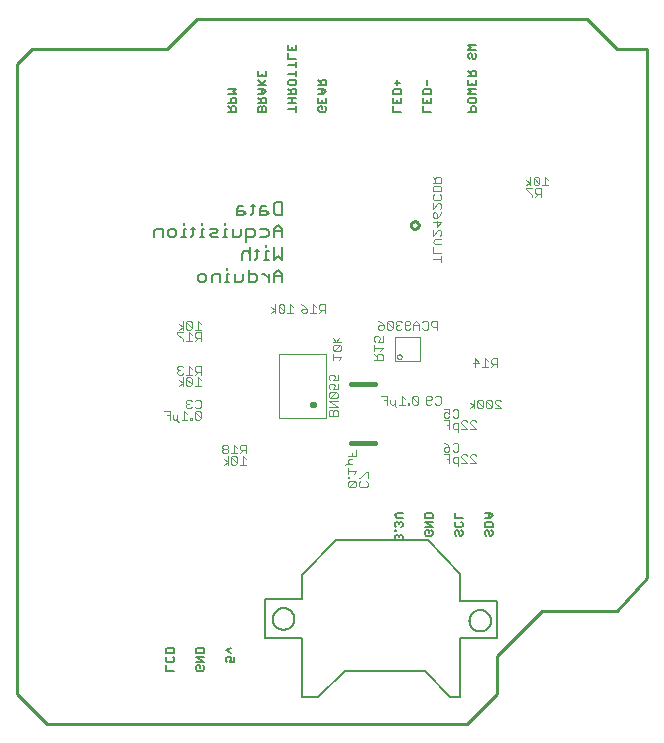
<source format=gbo>
G75*
%MOIN*%
%OFA0B0*%
%FSLAX25Y25*%
%IPPOS*%
%LPD*%
%AMOC8*
5,1,8,0,0,1.08239X$1,22.5*
%
%ADD10C,0.01000*%
%ADD11C,0.00600*%
%ADD12C,0.00800*%
%ADD13C,0.00300*%
%ADD14C,0.00394*%
%ADD15C,0.01600*%
%ADD16C,0.00315*%
%ADD17C,0.00500*%
D10*
X0015000Y0062524D02*
X0005000Y0072524D01*
X0005000Y0282524D01*
X0010000Y0287524D01*
X0055000Y0287524D01*
X0065000Y0297524D01*
X0195000Y0297524D01*
X0205000Y0287524D01*
X0215000Y0287524D01*
X0215000Y0111274D01*
X0205000Y0100024D01*
X0180000Y0100024D01*
X0165000Y0085024D01*
X0165000Y0072524D01*
X0155000Y0062524D01*
X0015000Y0062524D01*
X0136250Y0228774D02*
X0136252Y0228844D01*
X0136258Y0228914D01*
X0136268Y0228983D01*
X0136281Y0229052D01*
X0136299Y0229120D01*
X0136320Y0229187D01*
X0136345Y0229252D01*
X0136374Y0229316D01*
X0136406Y0229379D01*
X0136442Y0229439D01*
X0136481Y0229497D01*
X0136523Y0229553D01*
X0136568Y0229607D01*
X0136616Y0229658D01*
X0136667Y0229706D01*
X0136721Y0229751D01*
X0136777Y0229793D01*
X0136835Y0229832D01*
X0136895Y0229868D01*
X0136958Y0229900D01*
X0137022Y0229929D01*
X0137087Y0229954D01*
X0137154Y0229975D01*
X0137222Y0229993D01*
X0137291Y0230006D01*
X0137360Y0230016D01*
X0137430Y0230022D01*
X0137500Y0230024D01*
X0137570Y0230022D01*
X0137640Y0230016D01*
X0137709Y0230006D01*
X0137778Y0229993D01*
X0137846Y0229975D01*
X0137913Y0229954D01*
X0137978Y0229929D01*
X0138042Y0229900D01*
X0138105Y0229868D01*
X0138165Y0229832D01*
X0138223Y0229793D01*
X0138279Y0229751D01*
X0138333Y0229706D01*
X0138384Y0229658D01*
X0138432Y0229607D01*
X0138477Y0229553D01*
X0138519Y0229497D01*
X0138558Y0229439D01*
X0138594Y0229379D01*
X0138626Y0229316D01*
X0138655Y0229252D01*
X0138680Y0229187D01*
X0138701Y0229120D01*
X0138719Y0229052D01*
X0138732Y0228983D01*
X0138742Y0228914D01*
X0138748Y0228844D01*
X0138750Y0228774D01*
X0138748Y0228704D01*
X0138742Y0228634D01*
X0138732Y0228565D01*
X0138719Y0228496D01*
X0138701Y0228428D01*
X0138680Y0228361D01*
X0138655Y0228296D01*
X0138626Y0228232D01*
X0138594Y0228169D01*
X0138558Y0228109D01*
X0138519Y0228051D01*
X0138477Y0227995D01*
X0138432Y0227941D01*
X0138384Y0227890D01*
X0138333Y0227842D01*
X0138279Y0227797D01*
X0138223Y0227755D01*
X0138165Y0227716D01*
X0138105Y0227680D01*
X0138042Y0227648D01*
X0137978Y0227619D01*
X0137913Y0227594D01*
X0137846Y0227573D01*
X0137778Y0227555D01*
X0137709Y0227542D01*
X0137640Y0227532D01*
X0137570Y0227526D01*
X0137500Y0227524D01*
X0137430Y0227526D01*
X0137360Y0227532D01*
X0137291Y0227542D01*
X0137222Y0227555D01*
X0137154Y0227573D01*
X0137087Y0227594D01*
X0137022Y0227619D01*
X0136958Y0227648D01*
X0136895Y0227680D01*
X0136835Y0227716D01*
X0136777Y0227755D01*
X0136721Y0227797D01*
X0136667Y0227842D01*
X0136616Y0227890D01*
X0136568Y0227941D01*
X0136523Y0227995D01*
X0136481Y0228051D01*
X0136442Y0228109D01*
X0136406Y0228169D01*
X0136374Y0228232D01*
X0136345Y0228296D01*
X0136320Y0228361D01*
X0136299Y0228428D01*
X0136281Y0228496D01*
X0136268Y0228565D01*
X0136258Y0228634D01*
X0136252Y0228704D01*
X0136250Y0228774D01*
D11*
X0132902Y0266574D02*
X0130300Y0266574D01*
X0130300Y0268308D01*
X0130300Y0269520D02*
X0130300Y0271255D01*
X0130300Y0272467D02*
X0130300Y0273768D01*
X0130734Y0274201D01*
X0132469Y0274201D01*
X0132902Y0273768D01*
X0132902Y0272467D01*
X0130300Y0272467D01*
X0131601Y0270388D02*
X0131601Y0269520D01*
X0132902Y0269520D02*
X0130300Y0269520D01*
X0132902Y0269520D02*
X0132902Y0271255D01*
X0131601Y0275413D02*
X0131601Y0277148D01*
X0132469Y0276281D02*
X0130734Y0276281D01*
X0140300Y0273768D02*
X0140734Y0274201D01*
X0142469Y0274201D01*
X0142902Y0273768D01*
X0142902Y0272467D01*
X0140300Y0272467D01*
X0140300Y0273768D01*
X0141601Y0275413D02*
X0141601Y0277148D01*
X0140300Y0271255D02*
X0140300Y0269520D01*
X0142902Y0269520D01*
X0142902Y0271255D01*
X0141601Y0270388D02*
X0141601Y0269520D01*
X0140300Y0268308D02*
X0140300Y0266574D01*
X0142902Y0266574D01*
X0155300Y0266574D02*
X0157902Y0266574D01*
X0157902Y0267875D01*
X0157469Y0268308D01*
X0156601Y0268308D01*
X0156167Y0267875D01*
X0156167Y0266574D01*
X0155734Y0269520D02*
X0155300Y0269954D01*
X0155300Y0270821D01*
X0155734Y0271255D01*
X0157469Y0271255D01*
X0157902Y0270821D01*
X0157902Y0269954D01*
X0157469Y0269520D01*
X0155734Y0269520D01*
X0155300Y0272467D02*
X0156167Y0273334D01*
X0155300Y0274201D01*
X0157902Y0274201D01*
X0157902Y0275413D02*
X0155300Y0275413D01*
X0155300Y0277148D01*
X0155300Y0278360D02*
X0157902Y0278360D01*
X0157902Y0279661D01*
X0157469Y0280095D01*
X0156601Y0280095D01*
X0156167Y0279661D01*
X0156167Y0278360D01*
X0156167Y0279227D02*
X0155300Y0280095D01*
X0157902Y0277148D02*
X0157902Y0275413D01*
X0156601Y0275413D02*
X0156601Y0276281D01*
X0157902Y0272467D02*
X0155300Y0272467D01*
X0155734Y0284253D02*
X0155300Y0284686D01*
X0155300Y0285554D01*
X0155734Y0285988D01*
X0156167Y0285988D01*
X0156601Y0285554D01*
X0156601Y0284686D01*
X0157035Y0284253D01*
X0157469Y0284253D01*
X0157902Y0284686D01*
X0157902Y0285554D01*
X0157469Y0285988D01*
X0157902Y0287199D02*
X0155300Y0287199D01*
X0156167Y0288067D01*
X0155300Y0288934D01*
X0157902Y0288934D01*
X0107902Y0276714D02*
X0107469Y0277148D01*
X0106601Y0277148D01*
X0106167Y0276714D01*
X0106167Y0275413D01*
X0105300Y0275413D02*
X0107902Y0275413D01*
X0107902Y0276714D01*
X0106167Y0276281D02*
X0105300Y0277148D01*
X0105300Y0274201D02*
X0107035Y0274201D01*
X0107902Y0273334D01*
X0107035Y0272467D01*
X0105300Y0272467D01*
X0105300Y0271255D02*
X0105300Y0269520D01*
X0107902Y0269520D01*
X0107902Y0271255D01*
X0106601Y0270388D02*
X0106601Y0269520D01*
X0106601Y0268308D02*
X0105734Y0268308D01*
X0105300Y0267875D01*
X0105300Y0267007D01*
X0105734Y0266574D01*
X0107469Y0266574D01*
X0107902Y0267007D01*
X0107902Y0267875D01*
X0107469Y0268308D01*
X0106601Y0268308D02*
X0106601Y0267441D01*
X0106601Y0272467D02*
X0106601Y0274201D01*
X0097902Y0273768D02*
X0097469Y0274201D01*
X0096601Y0274201D01*
X0096167Y0273768D01*
X0096167Y0272467D01*
X0095300Y0272467D02*
X0097902Y0272467D01*
X0097902Y0273768D01*
X0097469Y0275413D02*
X0095734Y0275413D01*
X0095300Y0275847D01*
X0095300Y0276714D01*
X0095734Y0277148D01*
X0097469Y0277148D01*
X0097902Y0276714D01*
X0097902Y0275847D01*
X0097469Y0275413D01*
X0096167Y0273334D02*
X0095300Y0274201D01*
X0095300Y0271255D02*
X0097902Y0271255D01*
X0096601Y0271255D02*
X0096601Y0269520D01*
X0095300Y0269520D02*
X0097902Y0269520D01*
X0097902Y0268308D02*
X0097902Y0266574D01*
X0097902Y0267441D02*
X0095300Y0267441D01*
X0087902Y0267875D02*
X0087469Y0268308D01*
X0087035Y0268308D01*
X0086601Y0267875D01*
X0086601Y0266574D01*
X0086601Y0267875D02*
X0086167Y0268308D01*
X0085734Y0268308D01*
X0085300Y0267875D01*
X0085300Y0266574D01*
X0087902Y0266574D01*
X0087902Y0267875D01*
X0087902Y0269520D02*
X0085300Y0269520D01*
X0086167Y0269520D02*
X0086167Y0270821D01*
X0086601Y0271255D01*
X0087469Y0271255D01*
X0087902Y0270821D01*
X0087902Y0269520D01*
X0086167Y0270388D02*
X0085300Y0271255D01*
X0085300Y0272467D02*
X0087035Y0272467D01*
X0087902Y0273334D01*
X0087035Y0274201D01*
X0085300Y0274201D01*
X0085300Y0275413D02*
X0087902Y0275413D01*
X0086601Y0275847D02*
X0085300Y0277148D01*
X0085300Y0278360D02*
X0085300Y0280095D01*
X0086601Y0279227D02*
X0086601Y0278360D01*
X0087902Y0278360D02*
X0085300Y0278360D01*
X0087902Y0278360D02*
X0087902Y0280095D01*
X0087902Y0277148D02*
X0086167Y0275413D01*
X0086601Y0274201D02*
X0086601Y0272467D01*
X0095300Y0279227D02*
X0097902Y0279227D01*
X0097902Y0278360D02*
X0097902Y0280095D01*
X0097902Y0281306D02*
X0097902Y0283041D01*
X0097902Y0282174D02*
X0095300Y0282174D01*
X0095300Y0284253D02*
X0095300Y0285988D01*
X0095300Y0287199D02*
X0095300Y0288934D01*
X0096601Y0288067D02*
X0096601Y0287199D01*
X0097902Y0287199D02*
X0095300Y0287199D01*
X0097902Y0287199D02*
X0097902Y0288934D01*
X0097902Y0284253D02*
X0095300Y0284253D01*
X0077902Y0274201D02*
X0075300Y0274201D01*
X0075300Y0272467D02*
X0077902Y0272467D01*
X0077035Y0273334D01*
X0077902Y0274201D01*
X0077469Y0271255D02*
X0076601Y0271255D01*
X0076167Y0270821D01*
X0076167Y0269520D01*
X0075300Y0269520D02*
X0077902Y0269520D01*
X0077902Y0270821D01*
X0077469Y0271255D01*
X0077469Y0268308D02*
X0076601Y0268308D01*
X0076167Y0267875D01*
X0076167Y0266574D01*
X0075300Y0266574D02*
X0077902Y0266574D01*
X0077902Y0267875D01*
X0077469Y0268308D01*
X0076167Y0267441D02*
X0075300Y0268308D01*
X0131717Y0132862D02*
X0133452Y0132862D01*
X0131717Y0132862D02*
X0130850Y0131995D01*
X0131717Y0131127D01*
X0133452Y0131127D01*
X0133019Y0129915D02*
X0132585Y0129915D01*
X0132151Y0129482D01*
X0131717Y0129915D01*
X0131284Y0129915D01*
X0130850Y0129482D01*
X0130850Y0128614D01*
X0131284Y0128181D01*
X0131284Y0127141D02*
X0130850Y0127141D01*
X0130850Y0126707D01*
X0131284Y0126707D01*
X0131284Y0127141D01*
X0131284Y0125496D02*
X0130850Y0125062D01*
X0130850Y0124195D01*
X0131284Y0123761D01*
X0132151Y0124628D02*
X0132151Y0125062D01*
X0131717Y0125496D01*
X0131284Y0125496D01*
X0132151Y0125062D02*
X0132585Y0125496D01*
X0133019Y0125496D01*
X0133452Y0125062D01*
X0133452Y0124195D01*
X0133019Y0123761D01*
X0133019Y0128181D02*
X0133452Y0128614D01*
X0133452Y0129482D01*
X0133019Y0129915D01*
X0132151Y0129482D02*
X0132151Y0129048D01*
X0140850Y0128181D02*
X0143452Y0128181D01*
X0140850Y0129915D01*
X0143452Y0129915D01*
X0143452Y0131127D02*
X0143452Y0132428D01*
X0143019Y0132862D01*
X0141284Y0132862D01*
X0140850Y0132428D01*
X0140850Y0131127D01*
X0143452Y0131127D01*
X0143019Y0126969D02*
X0143452Y0126535D01*
X0143452Y0125668D01*
X0143019Y0125234D01*
X0141284Y0125234D01*
X0140850Y0125668D01*
X0140850Y0126535D01*
X0141284Y0126969D01*
X0142151Y0126969D01*
X0142151Y0126101D01*
X0150850Y0125668D02*
X0151284Y0125234D01*
X0150850Y0125668D02*
X0150850Y0126535D01*
X0151284Y0126969D01*
X0151717Y0126969D01*
X0152151Y0126535D01*
X0152151Y0125668D01*
X0152585Y0125234D01*
X0153019Y0125234D01*
X0153452Y0125668D01*
X0153452Y0126535D01*
X0153019Y0126969D01*
X0153019Y0128181D02*
X0151284Y0128181D01*
X0150850Y0128614D01*
X0150850Y0129482D01*
X0151284Y0129915D01*
X0150850Y0131127D02*
X0150850Y0132862D01*
X0150850Y0131127D02*
X0153452Y0131127D01*
X0153019Y0129915D02*
X0153452Y0129482D01*
X0153452Y0128614D01*
X0153019Y0128181D01*
X0160850Y0128181D02*
X0160850Y0129482D01*
X0161284Y0129915D01*
X0163019Y0129915D01*
X0163452Y0129482D01*
X0163452Y0128181D01*
X0160850Y0128181D01*
X0161284Y0126969D02*
X0160850Y0126535D01*
X0160850Y0125668D01*
X0161284Y0125234D01*
X0162151Y0125668D02*
X0162151Y0126535D01*
X0161717Y0126969D01*
X0161284Y0126969D01*
X0162151Y0125668D02*
X0162585Y0125234D01*
X0163019Y0125234D01*
X0163452Y0125668D01*
X0163452Y0126535D01*
X0163019Y0126969D01*
X0162585Y0131127D02*
X0160850Y0131127D01*
X0162151Y0131127D02*
X0162151Y0132862D01*
X0162585Y0132862D02*
X0160850Y0132862D01*
X0162585Y0132862D02*
X0163452Y0131995D01*
X0162585Y0131127D01*
X0076335Y0087862D02*
X0074600Y0086995D01*
X0076335Y0086127D01*
X0075901Y0084915D02*
X0075034Y0084915D01*
X0074600Y0084482D01*
X0074600Y0083614D01*
X0075034Y0083181D01*
X0075901Y0083181D02*
X0076335Y0084048D01*
X0076335Y0084482D01*
X0075901Y0084915D01*
X0077202Y0084915D02*
X0077202Y0083181D01*
X0075901Y0083181D01*
X0067202Y0083181D02*
X0064600Y0084915D01*
X0067202Y0084915D01*
X0067202Y0086127D02*
X0067202Y0087428D01*
X0066769Y0087862D01*
X0065034Y0087862D01*
X0064600Y0087428D01*
X0064600Y0086127D01*
X0067202Y0086127D01*
X0067202Y0083181D02*
X0064600Y0083181D01*
X0065034Y0081969D02*
X0064600Y0081535D01*
X0064600Y0080668D01*
X0065034Y0080234D01*
X0066769Y0080234D01*
X0067202Y0080668D01*
X0067202Y0081535D01*
X0066769Y0081969D01*
X0065901Y0081969D02*
X0065901Y0081101D01*
X0065901Y0081969D02*
X0065034Y0081969D01*
X0057202Y0083614D02*
X0056769Y0083181D01*
X0055034Y0083181D01*
X0054600Y0083614D01*
X0054600Y0084482D01*
X0055034Y0084915D01*
X0054600Y0086127D02*
X0054600Y0087428D01*
X0055034Y0087862D01*
X0056769Y0087862D01*
X0057202Y0087428D01*
X0057202Y0086127D01*
X0054600Y0086127D01*
X0056769Y0084915D02*
X0057202Y0084482D01*
X0057202Y0083614D01*
X0054600Y0081969D02*
X0054600Y0080234D01*
X0057202Y0080234D01*
D12*
X0065927Y0209674D02*
X0065226Y0210374D01*
X0065226Y0211775D01*
X0065927Y0212476D01*
X0067328Y0212476D01*
X0068028Y0211775D01*
X0068028Y0210374D01*
X0067328Y0209674D01*
X0065927Y0209674D01*
X0069830Y0209674D02*
X0069830Y0211775D01*
X0070531Y0212476D01*
X0072632Y0212476D01*
X0072632Y0209674D01*
X0074300Y0209674D02*
X0075702Y0209674D01*
X0075001Y0209674D02*
X0075001Y0212476D01*
X0075702Y0212476D01*
X0075001Y0213877D02*
X0075001Y0214578D01*
X0077503Y0212476D02*
X0077503Y0209674D01*
X0079605Y0209674D01*
X0080306Y0210374D01*
X0080306Y0212476D01*
X0082107Y0212476D02*
X0084209Y0212476D01*
X0084909Y0211775D01*
X0084909Y0210374D01*
X0084209Y0209674D01*
X0082107Y0209674D01*
X0082107Y0213877D01*
X0082608Y0217174D02*
X0082608Y0221377D01*
X0081907Y0219976D02*
X0080506Y0219976D01*
X0079805Y0219275D01*
X0079805Y0217174D01*
X0081907Y0219976D02*
X0082608Y0219275D01*
X0084276Y0219976D02*
X0085677Y0219976D01*
X0084976Y0220677D02*
X0084976Y0217874D01*
X0084276Y0217174D01*
X0087345Y0217174D02*
X0088746Y0217174D01*
X0088045Y0217174D02*
X0088045Y0219976D01*
X0088746Y0219976D01*
X0088045Y0221377D02*
X0088045Y0222078D01*
X0088045Y0224674D02*
X0085944Y0224674D01*
X0084142Y0225374D02*
X0083442Y0224674D01*
X0081340Y0224674D01*
X0081340Y0223272D02*
X0081340Y0227476D01*
X0083442Y0227476D01*
X0084142Y0226775D01*
X0084142Y0225374D01*
X0085944Y0227476D02*
X0088045Y0227476D01*
X0088746Y0226775D01*
X0088746Y0225374D01*
X0088045Y0224674D01*
X0090548Y0224674D02*
X0090548Y0227476D01*
X0091949Y0228877D01*
X0093350Y0227476D01*
X0093350Y0224674D01*
X0093350Y0226775D02*
X0090548Y0226775D01*
X0090548Y0221377D02*
X0090548Y0217174D01*
X0091949Y0218575D01*
X0093350Y0217174D01*
X0093350Y0221377D01*
X0091949Y0213877D02*
X0090548Y0212476D01*
X0090548Y0209674D01*
X0088746Y0209674D02*
X0088746Y0212476D01*
X0087345Y0212476D02*
X0086644Y0212476D01*
X0087345Y0212476D02*
X0088746Y0211075D01*
X0090548Y0211775D02*
X0093350Y0211775D01*
X0093350Y0212476D02*
X0093350Y0209674D01*
X0093350Y0212476D02*
X0091949Y0213877D01*
X0079538Y0225374D02*
X0078838Y0224674D01*
X0076736Y0224674D01*
X0076736Y0227476D01*
X0074934Y0227476D02*
X0074234Y0227476D01*
X0074234Y0224674D01*
X0074934Y0224674D02*
X0073533Y0224674D01*
X0071865Y0224674D02*
X0069763Y0224674D01*
X0069063Y0225374D01*
X0069763Y0226075D01*
X0071164Y0226075D01*
X0071865Y0226775D01*
X0071164Y0227476D01*
X0069063Y0227476D01*
X0067261Y0227476D02*
X0066561Y0227476D01*
X0066561Y0224674D01*
X0067261Y0224674D02*
X0065860Y0224674D01*
X0063491Y0225374D02*
X0063491Y0228177D01*
X0062791Y0227476D02*
X0064192Y0227476D01*
X0063491Y0225374D02*
X0062791Y0224674D01*
X0061123Y0224674D02*
X0059721Y0224674D01*
X0060422Y0224674D02*
X0060422Y0227476D01*
X0061123Y0227476D01*
X0060422Y0228877D02*
X0060422Y0229578D01*
X0058053Y0226775D02*
X0058053Y0225374D01*
X0057353Y0224674D01*
X0055951Y0224674D01*
X0055251Y0225374D01*
X0055251Y0226775D01*
X0055951Y0227476D01*
X0057353Y0227476D01*
X0058053Y0226775D01*
X0053449Y0227476D02*
X0053449Y0224674D01*
X0053449Y0227476D02*
X0051348Y0227476D01*
X0050647Y0226775D01*
X0050647Y0224674D01*
X0066561Y0228877D02*
X0066561Y0229578D01*
X0074234Y0229578D02*
X0074234Y0228877D01*
X0078270Y0232174D02*
X0078270Y0234275D01*
X0078971Y0234976D01*
X0080372Y0234976D01*
X0080372Y0233575D02*
X0078270Y0233575D01*
X0078270Y0232174D02*
X0080372Y0232174D01*
X0081073Y0232874D01*
X0080372Y0233575D01*
X0082741Y0234976D02*
X0084142Y0234976D01*
X0083442Y0235677D02*
X0083442Y0232874D01*
X0082741Y0232174D01*
X0085944Y0232174D02*
X0085944Y0234275D01*
X0086644Y0234976D01*
X0088045Y0234976D01*
X0088045Y0233575D02*
X0085944Y0233575D01*
X0085944Y0232174D02*
X0088045Y0232174D01*
X0088746Y0232874D01*
X0088045Y0233575D01*
X0090548Y0232874D02*
X0090548Y0235677D01*
X0091248Y0236377D01*
X0093350Y0236377D01*
X0093350Y0232174D01*
X0091248Y0232174D01*
X0090548Y0232874D01*
X0079538Y0227476D02*
X0079538Y0225374D01*
D13*
X0091055Y0202376D02*
X0091055Y0199474D01*
X0091055Y0200441D02*
X0089604Y0201409D01*
X0091055Y0200441D02*
X0089604Y0199474D01*
X0092067Y0199957D02*
X0092067Y0201892D01*
X0094002Y0199957D01*
X0093518Y0199474D01*
X0092551Y0199474D01*
X0092067Y0199957D01*
X0094002Y0199957D02*
X0094002Y0201892D01*
X0093518Y0202376D01*
X0092551Y0202376D01*
X0092067Y0201892D01*
X0095013Y0199474D02*
X0096948Y0199474D01*
X0095981Y0199474D02*
X0095981Y0202376D01*
X0096948Y0201409D01*
X0099612Y0202376D02*
X0100579Y0201892D01*
X0101547Y0200925D01*
X0100095Y0200925D01*
X0099612Y0200441D01*
X0099612Y0199957D01*
X0100095Y0199474D01*
X0101063Y0199474D01*
X0101547Y0199957D01*
X0101547Y0200925D01*
X0102558Y0199474D02*
X0104493Y0199474D01*
X0103526Y0199474D02*
X0103526Y0202376D01*
X0104493Y0201409D01*
X0105505Y0201892D02*
X0105505Y0200925D01*
X0105988Y0200441D01*
X0107440Y0200441D01*
X0107440Y0199474D02*
X0107440Y0202376D01*
X0105988Y0202376D01*
X0105505Y0201892D01*
X0106472Y0200441D02*
X0105505Y0199474D01*
X0110150Y0191268D02*
X0111117Y0189817D01*
X0112085Y0191268D01*
X0113052Y0189817D02*
X0110150Y0189817D01*
X0110634Y0188805D02*
X0110150Y0188321D01*
X0110150Y0187354D01*
X0110634Y0186870D01*
X0112569Y0188805D01*
X0110634Y0188805D01*
X0112569Y0188805D02*
X0113052Y0188321D01*
X0113052Y0187354D01*
X0112569Y0186870D01*
X0110634Y0186870D01*
X0110150Y0185859D02*
X0110150Y0183924D01*
X0110150Y0184891D02*
X0113052Y0184891D01*
X0112085Y0183924D01*
X0111802Y0178895D02*
X0111802Y0176960D01*
X0110351Y0176960D01*
X0110835Y0177927D01*
X0110835Y0178411D01*
X0110351Y0178895D01*
X0109384Y0178895D01*
X0108900Y0178411D01*
X0108900Y0177443D01*
X0109384Y0176960D01*
X0109384Y0175948D02*
X0108900Y0175464D01*
X0108900Y0174497D01*
X0109384Y0174013D01*
X0110351Y0174013D02*
X0110835Y0174981D01*
X0110835Y0175464D01*
X0110351Y0175948D01*
X0109384Y0175948D01*
X0110351Y0174013D02*
X0111802Y0174013D01*
X0111802Y0175948D01*
X0111319Y0173002D02*
X0109384Y0171067D01*
X0108900Y0171550D01*
X0108900Y0172518D01*
X0109384Y0173002D01*
X0111319Y0173002D01*
X0111802Y0172518D01*
X0111802Y0171550D01*
X0111319Y0171067D01*
X0109384Y0171067D01*
X0108900Y0170055D02*
X0111802Y0170055D01*
X0111802Y0168120D02*
X0108900Y0170055D01*
X0108900Y0168120D02*
X0111802Y0168120D01*
X0111319Y0167109D02*
X0110835Y0167109D01*
X0110351Y0166625D01*
X0110351Y0165174D01*
X0110351Y0166625D02*
X0109867Y0167109D01*
X0109384Y0167109D01*
X0108900Y0166625D01*
X0108900Y0165174D01*
X0111802Y0165174D01*
X0111802Y0166625D01*
X0111319Y0167109D01*
X0118052Y0153671D02*
X0118052Y0151736D01*
X0115150Y0151736D01*
X0115634Y0150725D02*
X0116601Y0150725D01*
X0115634Y0150725D02*
X0115150Y0150241D01*
X0115150Y0149757D01*
X0115634Y0149274D01*
X0114666Y0149274D01*
X0114183Y0148790D01*
X0115150Y0147778D02*
X0115150Y0145843D01*
X0115150Y0146811D02*
X0118052Y0146811D01*
X0117085Y0145843D01*
X0115634Y0144854D02*
X0115150Y0144854D01*
X0115150Y0144370D01*
X0115634Y0144370D01*
X0115634Y0144854D01*
X0115634Y0143359D02*
X0115150Y0142875D01*
X0115150Y0141907D01*
X0115634Y0141424D01*
X0117569Y0143359D01*
X0115634Y0143359D01*
X0117569Y0143359D02*
X0118052Y0142875D01*
X0118052Y0141907D01*
X0117569Y0141424D01*
X0115634Y0141424D01*
X0118900Y0141907D02*
X0118900Y0142875D01*
X0119384Y0143359D01*
X0119384Y0144370D02*
X0118900Y0144370D01*
X0119384Y0144370D02*
X0121319Y0146305D01*
X0121802Y0146305D01*
X0121802Y0144370D01*
X0121319Y0143359D02*
X0121802Y0142875D01*
X0121802Y0141907D01*
X0121319Y0141424D01*
X0119384Y0141424D01*
X0118900Y0141907D01*
X0116601Y0149274D02*
X0115634Y0149274D01*
X0116601Y0151736D02*
X0116601Y0152704D01*
X0127320Y0170375D02*
X0128287Y0170375D01*
X0129299Y0170375D02*
X0129299Y0169407D01*
X0129782Y0168924D01*
X0130266Y0168924D01*
X0130750Y0169407D01*
X0130750Y0168440D01*
X0131234Y0167956D01*
X0132245Y0168924D02*
X0134180Y0168924D01*
X0133213Y0168924D02*
X0133213Y0171826D01*
X0134180Y0170859D01*
X0135170Y0169407D02*
X0135170Y0168924D01*
X0135653Y0168924D01*
X0135653Y0169407D01*
X0135170Y0169407D01*
X0136665Y0169407D02*
X0136665Y0171342D01*
X0138600Y0169407D01*
X0138116Y0168924D01*
X0137149Y0168924D01*
X0136665Y0169407D01*
X0138600Y0169407D02*
X0138600Y0171342D01*
X0138116Y0171826D01*
X0137149Y0171826D01*
X0136665Y0171342D01*
X0141219Y0171342D02*
X0141219Y0169407D01*
X0141702Y0168924D01*
X0142670Y0168924D01*
X0143153Y0169407D01*
X0144165Y0169407D02*
X0144649Y0168924D01*
X0145616Y0168924D01*
X0146100Y0169407D01*
X0146100Y0171342D01*
X0145616Y0171826D01*
X0144649Y0171826D01*
X0144165Y0171342D01*
X0143153Y0171342D02*
X0143153Y0170859D01*
X0142670Y0170375D01*
X0141219Y0170375D01*
X0141219Y0171342D02*
X0141702Y0171826D01*
X0142670Y0171826D01*
X0143153Y0171342D01*
X0147112Y0167376D02*
X0149047Y0167376D01*
X0149047Y0165925D01*
X0148079Y0166409D01*
X0147595Y0166409D01*
X0147112Y0165925D01*
X0147112Y0164957D01*
X0147595Y0164474D01*
X0148563Y0164474D01*
X0149047Y0164957D01*
X0150058Y0164957D02*
X0150542Y0164474D01*
X0151509Y0164474D01*
X0151993Y0164957D01*
X0151993Y0166892D01*
X0151509Y0167376D01*
X0150542Y0167376D01*
X0150058Y0166892D01*
X0149047Y0163626D02*
X0147112Y0163626D01*
X0148079Y0162175D02*
X0149047Y0162175D01*
X0150058Y0162175D02*
X0150058Y0161207D01*
X0150542Y0160724D01*
X0151993Y0160724D01*
X0151993Y0159756D02*
X0151993Y0162659D01*
X0150542Y0162659D01*
X0150058Y0162175D01*
X0149047Y0160724D02*
X0149047Y0163626D01*
X0153005Y0163142D02*
X0153488Y0163626D01*
X0154456Y0163626D01*
X0154940Y0163142D01*
X0155951Y0163142D02*
X0156435Y0163626D01*
X0157402Y0163626D01*
X0157886Y0163142D01*
X0155951Y0163142D02*
X0155951Y0162659D01*
X0157886Y0160724D01*
X0155951Y0160724D01*
X0154940Y0160724D02*
X0153005Y0162659D01*
X0153005Y0163142D01*
X0153005Y0160724D02*
X0154940Y0160724D01*
X0151509Y0156126D02*
X0151993Y0155642D01*
X0151993Y0153707D01*
X0151509Y0153224D01*
X0150542Y0153224D01*
X0150058Y0153707D01*
X0149047Y0153707D02*
X0148563Y0153224D01*
X0147595Y0153224D01*
X0147112Y0153707D01*
X0147112Y0154191D01*
X0147595Y0154675D01*
X0149047Y0154675D01*
X0149047Y0153707D01*
X0149047Y0154675D02*
X0148079Y0155642D01*
X0147112Y0156126D01*
X0150058Y0155642D02*
X0150542Y0156126D01*
X0151509Y0156126D01*
X0153488Y0152376D02*
X0154456Y0152376D01*
X0154940Y0151892D01*
X0155951Y0151892D02*
X0156435Y0152376D01*
X0157402Y0152376D01*
X0157886Y0151892D01*
X0155951Y0151892D02*
X0155951Y0151409D01*
X0157886Y0149474D01*
X0155951Y0149474D01*
X0154940Y0149474D02*
X0153005Y0151409D01*
X0153005Y0151892D01*
X0153488Y0152376D01*
X0151993Y0151409D02*
X0150542Y0151409D01*
X0150058Y0150925D01*
X0150058Y0149957D01*
X0150542Y0149474D01*
X0151993Y0149474D01*
X0151993Y0148506D02*
X0151993Y0151409D01*
X0153005Y0149474D02*
X0154940Y0149474D01*
X0149047Y0149474D02*
X0149047Y0152376D01*
X0147112Y0152376D01*
X0148079Y0150925D02*
X0149047Y0150925D01*
X0155809Y0167674D02*
X0157260Y0168641D01*
X0155809Y0169609D01*
X0157260Y0170576D02*
X0157260Y0167674D01*
X0158272Y0168157D02*
X0158756Y0167674D01*
X0159723Y0167674D01*
X0160207Y0168157D01*
X0158272Y0170092D01*
X0158272Y0168157D01*
X0160207Y0168157D02*
X0160207Y0170092D01*
X0159723Y0170576D01*
X0158756Y0170576D01*
X0158272Y0170092D01*
X0161219Y0170092D02*
X0161702Y0170576D01*
X0162670Y0170576D01*
X0163153Y0170092D01*
X0163153Y0168157D01*
X0161219Y0170092D01*
X0161219Y0168157D01*
X0161702Y0167674D01*
X0162670Y0167674D01*
X0163153Y0168157D01*
X0164165Y0167674D02*
X0166100Y0167674D01*
X0164165Y0169609D01*
X0164165Y0170092D01*
X0164649Y0170576D01*
X0165616Y0170576D01*
X0166100Y0170092D01*
X0164850Y0181424D02*
X0164850Y0184326D01*
X0163399Y0184326D01*
X0162915Y0183842D01*
X0162915Y0182875D01*
X0163399Y0182391D01*
X0164850Y0182391D01*
X0163883Y0182391D02*
X0162915Y0181424D01*
X0161903Y0181424D02*
X0159969Y0181424D01*
X0160936Y0181424D02*
X0160936Y0184326D01*
X0161903Y0183359D01*
X0158957Y0182875D02*
X0157022Y0182875D01*
X0157506Y0184326D02*
X0158957Y0182875D01*
X0157506Y0181424D02*
X0157506Y0184326D01*
X0144850Y0193924D02*
X0144850Y0196826D01*
X0143399Y0196826D01*
X0142915Y0196342D01*
X0142915Y0195375D01*
X0143399Y0194891D01*
X0144850Y0194891D01*
X0141903Y0194407D02*
X0141420Y0193924D01*
X0140452Y0193924D01*
X0139969Y0194407D01*
X0138957Y0193924D02*
X0138957Y0195859D01*
X0137989Y0196826D01*
X0137022Y0195859D01*
X0137022Y0193924D01*
X0136010Y0194407D02*
X0135527Y0193924D01*
X0134559Y0193924D01*
X0134075Y0194407D01*
X0134075Y0196342D01*
X0134559Y0196826D01*
X0135527Y0196826D01*
X0136010Y0196342D01*
X0136010Y0195859D01*
X0135527Y0195375D01*
X0134075Y0195375D01*
X0133064Y0196342D02*
X0132580Y0196826D01*
X0131613Y0196826D01*
X0131129Y0196342D01*
X0131129Y0195859D01*
X0131613Y0195375D01*
X0131129Y0194891D01*
X0131129Y0194407D01*
X0131613Y0193924D01*
X0132580Y0193924D01*
X0133064Y0194407D01*
X0132096Y0195375D02*
X0131613Y0195375D01*
X0130117Y0196342D02*
X0129634Y0196826D01*
X0128666Y0196826D01*
X0128182Y0196342D01*
X0130117Y0194407D01*
X0129634Y0193924D01*
X0128666Y0193924D01*
X0128182Y0194407D01*
X0128182Y0196342D01*
X0127171Y0195375D02*
X0125720Y0195375D01*
X0125236Y0194891D01*
X0125236Y0194407D01*
X0125720Y0193924D01*
X0126687Y0193924D01*
X0127171Y0194407D01*
X0127171Y0195375D01*
X0126203Y0196342D01*
X0125236Y0196826D01*
X0125351Y0191752D02*
X0124384Y0191752D01*
X0123900Y0191268D01*
X0123900Y0190300D01*
X0124384Y0189817D01*
X0125351Y0189817D02*
X0125835Y0190784D01*
X0125835Y0191268D01*
X0125351Y0191752D01*
X0126802Y0191752D02*
X0126802Y0189817D01*
X0125351Y0189817D01*
X0123900Y0188805D02*
X0123900Y0186870D01*
X0123900Y0187838D02*
X0126802Y0187838D01*
X0125835Y0186870D01*
X0126319Y0185859D02*
X0125351Y0185859D01*
X0124867Y0185375D01*
X0124867Y0183924D01*
X0123900Y0183924D02*
X0126802Y0183924D01*
X0126802Y0185375D01*
X0126319Y0185859D01*
X0124867Y0184891D02*
X0123900Y0185859D01*
X0130117Y0194407D02*
X0130117Y0196342D01*
X0137022Y0195375D02*
X0138957Y0195375D01*
X0139969Y0196342D02*
X0140452Y0196826D01*
X0141420Y0196826D01*
X0141903Y0196342D01*
X0141903Y0194407D01*
X0146302Y0216424D02*
X0146302Y0218359D01*
X0146302Y0217391D02*
X0143400Y0217391D01*
X0143400Y0219370D02*
X0143400Y0221305D01*
X0144367Y0222317D02*
X0143400Y0223284D01*
X0144367Y0224252D01*
X0146302Y0224252D01*
X0145819Y0225263D02*
X0146302Y0225747D01*
X0146302Y0226714D01*
X0145819Y0227198D01*
X0145335Y0227198D01*
X0143400Y0225263D01*
X0143400Y0227198D01*
X0144851Y0228210D02*
X0144851Y0230145D01*
X0144851Y0231156D02*
X0144851Y0232607D01*
X0144367Y0233091D01*
X0143884Y0233091D01*
X0143400Y0232607D01*
X0143400Y0231640D01*
X0143884Y0231156D01*
X0144851Y0231156D01*
X0145819Y0232124D01*
X0146302Y0233091D01*
X0145819Y0234103D02*
X0146302Y0234586D01*
X0146302Y0235554D01*
X0145819Y0236038D01*
X0145335Y0236038D01*
X0143400Y0234103D01*
X0143400Y0236038D01*
X0143884Y0237049D02*
X0143400Y0237533D01*
X0143400Y0238500D01*
X0143884Y0238984D01*
X0143400Y0239996D02*
X0143400Y0241447D01*
X0143884Y0241931D01*
X0145819Y0241931D01*
X0146302Y0241447D01*
X0146302Y0239996D01*
X0143400Y0239996D01*
X0145819Y0238984D02*
X0146302Y0238500D01*
X0146302Y0237533D01*
X0145819Y0237049D01*
X0143884Y0237049D01*
X0144367Y0242942D02*
X0144367Y0244394D01*
X0144851Y0244877D01*
X0145819Y0244877D01*
X0146302Y0244394D01*
X0146302Y0242942D01*
X0143400Y0242942D01*
X0144367Y0243910D02*
X0143400Y0244877D01*
X0143400Y0229661D02*
X0146302Y0229661D01*
X0144851Y0228210D01*
X0144367Y0222317D02*
X0146302Y0222317D01*
X0146302Y0219370D02*
X0143400Y0219370D01*
X0174612Y0240642D02*
X0176547Y0238707D01*
X0176547Y0238224D01*
X0177558Y0238224D02*
X0178526Y0239191D01*
X0178042Y0239191D02*
X0179493Y0239191D01*
X0179493Y0238224D02*
X0179493Y0241126D01*
X0178042Y0241126D01*
X0177558Y0240642D01*
X0177558Y0239675D01*
X0178042Y0239191D01*
X0176547Y0241126D02*
X0174612Y0241126D01*
X0174612Y0240642D01*
X0174604Y0241974D02*
X0176055Y0242941D01*
X0174604Y0243909D01*
X0176055Y0244876D02*
X0176055Y0241974D01*
X0177067Y0242457D02*
X0177551Y0241974D01*
X0178518Y0241974D01*
X0179002Y0242457D01*
X0177067Y0244392D01*
X0177067Y0242457D01*
X0179002Y0242457D02*
X0179002Y0244392D01*
X0178518Y0244876D01*
X0177551Y0244876D01*
X0177067Y0244392D01*
X0180013Y0241974D02*
X0181948Y0241974D01*
X0180981Y0241974D02*
X0180981Y0244876D01*
X0181948Y0243909D01*
X0130750Y0170375D02*
X0130750Y0169407D01*
X0128287Y0168924D02*
X0128287Y0171826D01*
X0126352Y0171826D01*
X0081100Y0155576D02*
X0081100Y0152674D01*
X0081100Y0153641D02*
X0079649Y0153641D01*
X0079165Y0154125D01*
X0079165Y0155092D01*
X0079649Y0155576D01*
X0081100Y0155576D01*
X0080133Y0153641D02*
X0079165Y0152674D01*
X0078153Y0152674D02*
X0076219Y0152674D01*
X0077186Y0152674D02*
X0077186Y0155576D01*
X0078153Y0154609D01*
X0077670Y0151826D02*
X0076702Y0151826D01*
X0076219Y0151342D01*
X0078153Y0149407D01*
X0077670Y0148924D01*
X0076702Y0148924D01*
X0076219Y0149407D01*
X0076219Y0151342D01*
X0075207Y0151826D02*
X0075207Y0148924D01*
X0075207Y0149891D02*
X0073756Y0148924D01*
X0075207Y0149891D02*
X0073756Y0150859D01*
X0073756Y0152674D02*
X0073272Y0153157D01*
X0073272Y0153641D01*
X0073756Y0154125D01*
X0074723Y0154125D01*
X0075207Y0154609D01*
X0075207Y0155092D01*
X0074723Y0155576D01*
X0073756Y0155576D01*
X0073272Y0155092D01*
X0073272Y0154609D01*
X0073756Y0154125D01*
X0074723Y0154125D02*
X0075207Y0153641D01*
X0075207Y0153157D01*
X0074723Y0152674D01*
X0073756Y0152674D01*
X0077670Y0151826D02*
X0078153Y0151342D01*
X0078153Y0149407D01*
X0079165Y0148924D02*
X0081100Y0148924D01*
X0080133Y0148924D02*
X0080133Y0151826D01*
X0081100Y0150859D01*
X0066100Y0164407D02*
X0064165Y0166342D01*
X0064165Y0164407D01*
X0064649Y0163924D01*
X0065616Y0163924D01*
X0066100Y0164407D01*
X0066100Y0166342D01*
X0065616Y0166826D01*
X0064649Y0166826D01*
X0064165Y0166342D01*
X0064649Y0167674D02*
X0064165Y0168157D01*
X0064649Y0167674D02*
X0065616Y0167674D01*
X0066100Y0168157D01*
X0066100Y0170092D01*
X0065616Y0170576D01*
X0064649Y0170576D01*
X0064165Y0170092D01*
X0063153Y0170092D02*
X0062670Y0170576D01*
X0061702Y0170576D01*
X0061219Y0170092D01*
X0061219Y0169609D01*
X0061702Y0169125D01*
X0061219Y0168641D01*
X0061219Y0168157D01*
X0061702Y0167674D01*
X0062670Y0167674D01*
X0063153Y0168157D01*
X0062186Y0169125D02*
X0061702Y0169125D01*
X0060713Y0166826D02*
X0060713Y0163924D01*
X0061680Y0163924D02*
X0059745Y0163924D01*
X0058734Y0162956D02*
X0058250Y0163440D01*
X0058250Y0164407D01*
X0057766Y0163924D01*
X0057282Y0163924D01*
X0056799Y0164407D01*
X0056799Y0165375D01*
X0055787Y0165375D02*
X0054820Y0165375D01*
X0055787Y0166826D02*
X0053852Y0166826D01*
X0055787Y0166826D02*
X0055787Y0163924D01*
X0058250Y0164407D02*
X0058250Y0165375D01*
X0060713Y0166826D02*
X0061680Y0165859D01*
X0062670Y0164407D02*
X0062670Y0163924D01*
X0063153Y0163924D01*
X0063153Y0164407D01*
X0062670Y0164407D01*
X0062670Y0175174D02*
X0063153Y0175657D01*
X0061219Y0177592D01*
X0061219Y0175657D01*
X0061702Y0175174D01*
X0062670Y0175174D01*
X0063153Y0175657D02*
X0063153Y0177592D01*
X0062670Y0178076D01*
X0061702Y0178076D01*
X0061219Y0177592D01*
X0060207Y0178076D02*
X0060207Y0175174D01*
X0060207Y0176141D02*
X0058756Y0177109D01*
X0060207Y0176141D02*
X0058756Y0175174D01*
X0058756Y0178924D02*
X0058272Y0179407D01*
X0058272Y0179891D01*
X0058756Y0180375D01*
X0059239Y0180375D01*
X0058756Y0180375D02*
X0058272Y0180859D01*
X0058272Y0181342D01*
X0058756Y0181826D01*
X0059723Y0181826D01*
X0060207Y0181342D01*
X0060207Y0179407D02*
X0059723Y0178924D01*
X0058756Y0178924D01*
X0061219Y0178924D02*
X0063153Y0178924D01*
X0062186Y0178924D02*
X0062186Y0181826D01*
X0063153Y0180859D01*
X0064165Y0181342D02*
X0064165Y0180375D01*
X0064649Y0179891D01*
X0066100Y0179891D01*
X0066100Y0178924D02*
X0066100Y0181826D01*
X0064649Y0181826D01*
X0064165Y0181342D01*
X0065133Y0179891D02*
X0064165Y0178924D01*
X0065133Y0178076D02*
X0065133Y0175174D01*
X0066100Y0175174D02*
X0064165Y0175174D01*
X0066100Y0177109D02*
X0065133Y0178076D01*
X0066100Y0190174D02*
X0066100Y0193076D01*
X0064649Y0193076D01*
X0064165Y0192592D01*
X0064165Y0191625D01*
X0064649Y0191141D01*
X0066100Y0191141D01*
X0065133Y0191141D02*
X0064165Y0190174D01*
X0063153Y0190174D02*
X0061219Y0190174D01*
X0062186Y0190174D02*
X0062186Y0193076D01*
X0063153Y0192109D01*
X0062670Y0193924D02*
X0063153Y0194407D01*
X0061219Y0196342D01*
X0061219Y0194407D01*
X0061702Y0193924D01*
X0062670Y0193924D01*
X0063153Y0194407D02*
X0063153Y0196342D01*
X0062670Y0196826D01*
X0061702Y0196826D01*
X0061219Y0196342D01*
X0060207Y0196826D02*
X0060207Y0193924D01*
X0060207Y0193076D02*
X0058272Y0193076D01*
X0058272Y0192592D01*
X0060207Y0190657D01*
X0060207Y0190174D01*
X0058756Y0193924D02*
X0060207Y0194891D01*
X0058756Y0195859D01*
X0064165Y0193924D02*
X0066100Y0193924D01*
X0065133Y0193924D02*
X0065133Y0196826D01*
X0066100Y0195859D01*
D14*
X0092126Y0185654D02*
X0092126Y0164394D01*
X0107874Y0164394D01*
X0107874Y0185654D01*
X0092126Y0185654D01*
D15*
X0103346Y0168921D02*
X0103348Y0168948D01*
X0103354Y0168975D01*
X0103363Y0169001D01*
X0103376Y0169025D01*
X0103392Y0169048D01*
X0103411Y0169067D01*
X0103433Y0169084D01*
X0103457Y0169098D01*
X0103482Y0169108D01*
X0103509Y0169115D01*
X0103536Y0169118D01*
X0103564Y0169117D01*
X0103591Y0169112D01*
X0103617Y0169104D01*
X0103641Y0169092D01*
X0103664Y0169076D01*
X0103685Y0169058D01*
X0103702Y0169037D01*
X0103717Y0169013D01*
X0103728Y0168988D01*
X0103736Y0168962D01*
X0103740Y0168935D01*
X0103740Y0168907D01*
X0103736Y0168880D01*
X0103728Y0168854D01*
X0103717Y0168829D01*
X0103702Y0168805D01*
X0103685Y0168784D01*
X0103664Y0168766D01*
X0103642Y0168750D01*
X0103617Y0168738D01*
X0103591Y0168730D01*
X0103564Y0168725D01*
X0103536Y0168724D01*
X0103509Y0168727D01*
X0103482Y0168734D01*
X0103457Y0168744D01*
X0103433Y0168758D01*
X0103411Y0168775D01*
X0103392Y0168794D01*
X0103376Y0168817D01*
X0103363Y0168841D01*
X0103354Y0168867D01*
X0103348Y0168894D01*
X0103346Y0168921D01*
X0116063Y0175683D02*
X0124252Y0175683D01*
X0124252Y0156274D02*
X0116063Y0156274D01*
D16*
X0130945Y0183587D02*
X0139094Y0183587D01*
X0139094Y0191461D01*
X0130945Y0191461D01*
X0130945Y0183587D01*
X0131605Y0184925D02*
X0131607Y0184980D01*
X0131613Y0185034D01*
X0131623Y0185088D01*
X0131636Y0185141D01*
X0131654Y0185192D01*
X0131675Y0185243D01*
X0131700Y0185292D01*
X0131728Y0185338D01*
X0131759Y0185383D01*
X0131794Y0185425D01*
X0131832Y0185465D01*
X0131872Y0185502D01*
X0131915Y0185536D01*
X0131960Y0185566D01*
X0132007Y0185594D01*
X0132057Y0185618D01*
X0132107Y0185638D01*
X0132159Y0185654D01*
X0132213Y0185667D01*
X0132267Y0185676D01*
X0132321Y0185681D01*
X0132376Y0185682D01*
X0132430Y0185679D01*
X0132484Y0185672D01*
X0132538Y0185661D01*
X0132591Y0185647D01*
X0132642Y0185628D01*
X0132692Y0185606D01*
X0132740Y0185581D01*
X0132787Y0185552D01*
X0132831Y0185519D01*
X0132873Y0185484D01*
X0132912Y0185446D01*
X0132948Y0185405D01*
X0132981Y0185361D01*
X0133011Y0185315D01*
X0133037Y0185267D01*
X0133060Y0185218D01*
X0133079Y0185167D01*
X0133095Y0185114D01*
X0133107Y0185061D01*
X0133115Y0185007D01*
X0133119Y0184952D01*
X0133119Y0184898D01*
X0133115Y0184843D01*
X0133107Y0184789D01*
X0133095Y0184736D01*
X0133079Y0184683D01*
X0133060Y0184632D01*
X0133037Y0184583D01*
X0133011Y0184535D01*
X0132981Y0184489D01*
X0132948Y0184445D01*
X0132912Y0184404D01*
X0132873Y0184366D01*
X0132831Y0184331D01*
X0132787Y0184298D01*
X0132741Y0184269D01*
X0132692Y0184244D01*
X0132642Y0184222D01*
X0132591Y0184203D01*
X0132538Y0184189D01*
X0132484Y0184178D01*
X0132430Y0184171D01*
X0132376Y0184168D01*
X0132321Y0184169D01*
X0132267Y0184174D01*
X0132213Y0184183D01*
X0132159Y0184196D01*
X0132107Y0184212D01*
X0132057Y0184232D01*
X0132007Y0184256D01*
X0131960Y0184284D01*
X0131915Y0184314D01*
X0131872Y0184348D01*
X0131832Y0184385D01*
X0131794Y0184425D01*
X0131759Y0184467D01*
X0131728Y0184512D01*
X0131700Y0184558D01*
X0131675Y0184607D01*
X0131654Y0184658D01*
X0131636Y0184709D01*
X0131623Y0184762D01*
X0131613Y0184816D01*
X0131607Y0184870D01*
X0131605Y0184925D01*
D17*
X0141919Y0123744D02*
X0111187Y0123744D01*
X0100030Y0111980D01*
X0100030Y0103980D01*
X0087510Y0103980D01*
X0087510Y0091067D01*
X0100030Y0091067D01*
X0100030Y0071335D01*
X0105250Y0071335D01*
X0114250Y0080185D01*
X0140825Y0080185D01*
X0149250Y0071335D01*
X0152470Y0071335D01*
X0152470Y0091067D01*
X0164990Y0091067D01*
X0164990Y0103587D01*
X0152470Y0103587D01*
X0152470Y0112587D01*
X0141919Y0123744D01*
X0155715Y0096917D02*
X0155717Y0097037D01*
X0155723Y0097157D01*
X0155733Y0097276D01*
X0155747Y0097395D01*
X0155765Y0097514D01*
X0155786Y0097632D01*
X0155812Y0097749D01*
X0155842Y0097865D01*
X0155875Y0097980D01*
X0155912Y0098094D01*
X0155953Y0098206D01*
X0155998Y0098318D01*
X0156047Y0098427D01*
X0156099Y0098535D01*
X0156154Y0098642D01*
X0156213Y0098746D01*
X0156276Y0098848D01*
X0156342Y0098948D01*
X0156411Y0099046D01*
X0156483Y0099142D01*
X0156559Y0099235D01*
X0156637Y0099325D01*
X0156719Y0099413D01*
X0156803Y0099498D01*
X0156890Y0099581D01*
X0156980Y0099660D01*
X0157073Y0099736D01*
X0157168Y0099809D01*
X0157265Y0099879D01*
X0157365Y0099946D01*
X0157466Y0100009D01*
X0157570Y0100069D01*
X0157676Y0100126D01*
X0157783Y0100179D01*
X0157893Y0100228D01*
X0158004Y0100274D01*
X0158116Y0100316D01*
X0158230Y0100354D01*
X0158344Y0100388D01*
X0158460Y0100419D01*
X0158577Y0100445D01*
X0158695Y0100468D01*
X0158813Y0100487D01*
X0158932Y0100502D01*
X0159052Y0100513D01*
X0159171Y0100520D01*
X0159291Y0100523D01*
X0159411Y0100522D01*
X0159531Y0100517D01*
X0159650Y0100508D01*
X0159769Y0100495D01*
X0159888Y0100478D01*
X0160006Y0100457D01*
X0160123Y0100433D01*
X0160240Y0100404D01*
X0160355Y0100372D01*
X0160469Y0100335D01*
X0160582Y0100295D01*
X0160694Y0100251D01*
X0160804Y0100204D01*
X0160913Y0100153D01*
X0161019Y0100098D01*
X0161124Y0100040D01*
X0161227Y0099978D01*
X0161328Y0099913D01*
X0161426Y0099845D01*
X0161522Y0099773D01*
X0161616Y0099699D01*
X0161707Y0099621D01*
X0161796Y0099540D01*
X0161881Y0099456D01*
X0161964Y0099370D01*
X0162044Y0099280D01*
X0162122Y0099189D01*
X0162195Y0099094D01*
X0162266Y0098998D01*
X0162334Y0098899D01*
X0162398Y0098797D01*
X0162459Y0098694D01*
X0162516Y0098589D01*
X0162570Y0098482D01*
X0162620Y0098373D01*
X0162667Y0098262D01*
X0162710Y0098150D01*
X0162749Y0098037D01*
X0162784Y0097922D01*
X0162815Y0097807D01*
X0162843Y0097690D01*
X0162867Y0097573D01*
X0162887Y0097454D01*
X0162903Y0097336D01*
X0162915Y0097216D01*
X0162923Y0097097D01*
X0162927Y0096977D01*
X0162927Y0096857D01*
X0162923Y0096737D01*
X0162915Y0096618D01*
X0162903Y0096498D01*
X0162887Y0096380D01*
X0162867Y0096261D01*
X0162843Y0096144D01*
X0162815Y0096027D01*
X0162784Y0095912D01*
X0162749Y0095797D01*
X0162710Y0095684D01*
X0162667Y0095572D01*
X0162620Y0095461D01*
X0162570Y0095352D01*
X0162516Y0095245D01*
X0162459Y0095140D01*
X0162398Y0095037D01*
X0162334Y0094935D01*
X0162266Y0094836D01*
X0162195Y0094740D01*
X0162122Y0094645D01*
X0162044Y0094554D01*
X0161964Y0094464D01*
X0161881Y0094378D01*
X0161796Y0094294D01*
X0161707Y0094213D01*
X0161616Y0094135D01*
X0161522Y0094061D01*
X0161426Y0093989D01*
X0161328Y0093921D01*
X0161227Y0093856D01*
X0161124Y0093794D01*
X0161019Y0093736D01*
X0160913Y0093681D01*
X0160804Y0093630D01*
X0160694Y0093583D01*
X0160582Y0093539D01*
X0160469Y0093499D01*
X0160355Y0093462D01*
X0160240Y0093430D01*
X0160123Y0093401D01*
X0160006Y0093377D01*
X0159888Y0093356D01*
X0159769Y0093339D01*
X0159650Y0093326D01*
X0159531Y0093317D01*
X0159411Y0093312D01*
X0159291Y0093311D01*
X0159171Y0093314D01*
X0159052Y0093321D01*
X0158932Y0093332D01*
X0158813Y0093347D01*
X0158695Y0093366D01*
X0158577Y0093389D01*
X0158460Y0093415D01*
X0158344Y0093446D01*
X0158230Y0093480D01*
X0158116Y0093518D01*
X0158004Y0093560D01*
X0157893Y0093606D01*
X0157783Y0093655D01*
X0157676Y0093708D01*
X0157570Y0093765D01*
X0157466Y0093825D01*
X0157365Y0093888D01*
X0157265Y0093955D01*
X0157168Y0094025D01*
X0157073Y0094098D01*
X0156980Y0094174D01*
X0156890Y0094253D01*
X0156803Y0094336D01*
X0156719Y0094421D01*
X0156637Y0094509D01*
X0156559Y0094599D01*
X0156483Y0094692D01*
X0156411Y0094788D01*
X0156342Y0094886D01*
X0156276Y0094986D01*
X0156213Y0095088D01*
X0156154Y0095192D01*
X0156099Y0095299D01*
X0156047Y0095407D01*
X0155998Y0095516D01*
X0155953Y0095628D01*
X0155912Y0095740D01*
X0155875Y0095854D01*
X0155842Y0095969D01*
X0155812Y0096085D01*
X0155786Y0096202D01*
X0155765Y0096320D01*
X0155747Y0096439D01*
X0155733Y0096558D01*
X0155723Y0096677D01*
X0155717Y0096797D01*
X0155715Y0096917D01*
X0090148Y0097524D02*
X0090150Y0097644D01*
X0090156Y0097764D01*
X0090166Y0097883D01*
X0090180Y0098002D01*
X0090198Y0098121D01*
X0090219Y0098239D01*
X0090245Y0098356D01*
X0090275Y0098472D01*
X0090308Y0098587D01*
X0090345Y0098701D01*
X0090386Y0098813D01*
X0090431Y0098925D01*
X0090480Y0099034D01*
X0090532Y0099142D01*
X0090587Y0099249D01*
X0090646Y0099353D01*
X0090709Y0099455D01*
X0090775Y0099555D01*
X0090844Y0099653D01*
X0090916Y0099749D01*
X0090992Y0099842D01*
X0091070Y0099932D01*
X0091152Y0100020D01*
X0091236Y0100105D01*
X0091323Y0100188D01*
X0091413Y0100267D01*
X0091506Y0100343D01*
X0091601Y0100416D01*
X0091698Y0100486D01*
X0091798Y0100553D01*
X0091899Y0100616D01*
X0092003Y0100676D01*
X0092109Y0100733D01*
X0092216Y0100786D01*
X0092326Y0100835D01*
X0092437Y0100881D01*
X0092549Y0100923D01*
X0092663Y0100961D01*
X0092777Y0100995D01*
X0092893Y0101026D01*
X0093010Y0101052D01*
X0093128Y0101075D01*
X0093246Y0101094D01*
X0093365Y0101109D01*
X0093485Y0101120D01*
X0093604Y0101127D01*
X0093724Y0101130D01*
X0093844Y0101129D01*
X0093964Y0101124D01*
X0094083Y0101115D01*
X0094202Y0101102D01*
X0094321Y0101085D01*
X0094439Y0101064D01*
X0094556Y0101040D01*
X0094673Y0101011D01*
X0094788Y0100979D01*
X0094902Y0100942D01*
X0095015Y0100902D01*
X0095127Y0100858D01*
X0095237Y0100811D01*
X0095346Y0100760D01*
X0095452Y0100705D01*
X0095557Y0100647D01*
X0095660Y0100585D01*
X0095761Y0100520D01*
X0095859Y0100452D01*
X0095955Y0100380D01*
X0096049Y0100306D01*
X0096140Y0100228D01*
X0096229Y0100147D01*
X0096314Y0100063D01*
X0096397Y0099977D01*
X0096477Y0099887D01*
X0096555Y0099796D01*
X0096628Y0099701D01*
X0096699Y0099605D01*
X0096767Y0099506D01*
X0096831Y0099404D01*
X0096892Y0099301D01*
X0096949Y0099196D01*
X0097003Y0099089D01*
X0097053Y0098980D01*
X0097100Y0098869D01*
X0097143Y0098757D01*
X0097182Y0098644D01*
X0097217Y0098529D01*
X0097248Y0098414D01*
X0097276Y0098297D01*
X0097300Y0098180D01*
X0097320Y0098061D01*
X0097336Y0097943D01*
X0097348Y0097823D01*
X0097356Y0097704D01*
X0097360Y0097584D01*
X0097360Y0097464D01*
X0097356Y0097344D01*
X0097348Y0097225D01*
X0097336Y0097105D01*
X0097320Y0096987D01*
X0097300Y0096868D01*
X0097276Y0096751D01*
X0097248Y0096634D01*
X0097217Y0096519D01*
X0097182Y0096404D01*
X0097143Y0096291D01*
X0097100Y0096179D01*
X0097053Y0096068D01*
X0097003Y0095959D01*
X0096949Y0095852D01*
X0096892Y0095747D01*
X0096831Y0095644D01*
X0096767Y0095542D01*
X0096699Y0095443D01*
X0096628Y0095347D01*
X0096555Y0095252D01*
X0096477Y0095161D01*
X0096397Y0095071D01*
X0096314Y0094985D01*
X0096229Y0094901D01*
X0096140Y0094820D01*
X0096049Y0094742D01*
X0095955Y0094668D01*
X0095859Y0094596D01*
X0095761Y0094528D01*
X0095660Y0094463D01*
X0095557Y0094401D01*
X0095452Y0094343D01*
X0095346Y0094288D01*
X0095237Y0094237D01*
X0095127Y0094190D01*
X0095015Y0094146D01*
X0094902Y0094106D01*
X0094788Y0094069D01*
X0094673Y0094037D01*
X0094556Y0094008D01*
X0094439Y0093984D01*
X0094321Y0093963D01*
X0094202Y0093946D01*
X0094083Y0093933D01*
X0093964Y0093924D01*
X0093844Y0093919D01*
X0093724Y0093918D01*
X0093604Y0093921D01*
X0093485Y0093928D01*
X0093365Y0093939D01*
X0093246Y0093954D01*
X0093128Y0093973D01*
X0093010Y0093996D01*
X0092893Y0094022D01*
X0092777Y0094053D01*
X0092663Y0094087D01*
X0092549Y0094125D01*
X0092437Y0094167D01*
X0092326Y0094213D01*
X0092216Y0094262D01*
X0092109Y0094315D01*
X0092003Y0094372D01*
X0091899Y0094432D01*
X0091798Y0094495D01*
X0091698Y0094562D01*
X0091601Y0094632D01*
X0091506Y0094705D01*
X0091413Y0094781D01*
X0091323Y0094860D01*
X0091236Y0094943D01*
X0091152Y0095028D01*
X0091070Y0095116D01*
X0090992Y0095206D01*
X0090916Y0095299D01*
X0090844Y0095395D01*
X0090775Y0095493D01*
X0090709Y0095593D01*
X0090646Y0095695D01*
X0090587Y0095799D01*
X0090532Y0095906D01*
X0090480Y0096014D01*
X0090431Y0096123D01*
X0090386Y0096235D01*
X0090345Y0096347D01*
X0090308Y0096461D01*
X0090275Y0096576D01*
X0090245Y0096692D01*
X0090219Y0096809D01*
X0090198Y0096927D01*
X0090180Y0097046D01*
X0090166Y0097165D01*
X0090156Y0097284D01*
X0090150Y0097404D01*
X0090148Y0097524D01*
M02*

</source>
